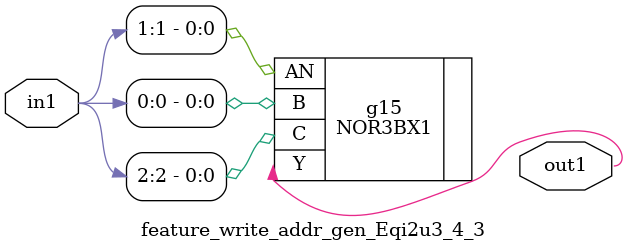
<source format=v>
`timescale 1ps / 1ps


module feature_write_addr_gen_Eqi2u3_4_3(in1, out1);
  input [2:0] in1;
  output out1;
  wire [2:0] in1;
  wire out1;
  NOR3BX1 g15(.AN (in1[1]), .B (in1[0]), .C (in1[2]), .Y (out1));
endmodule



</source>
